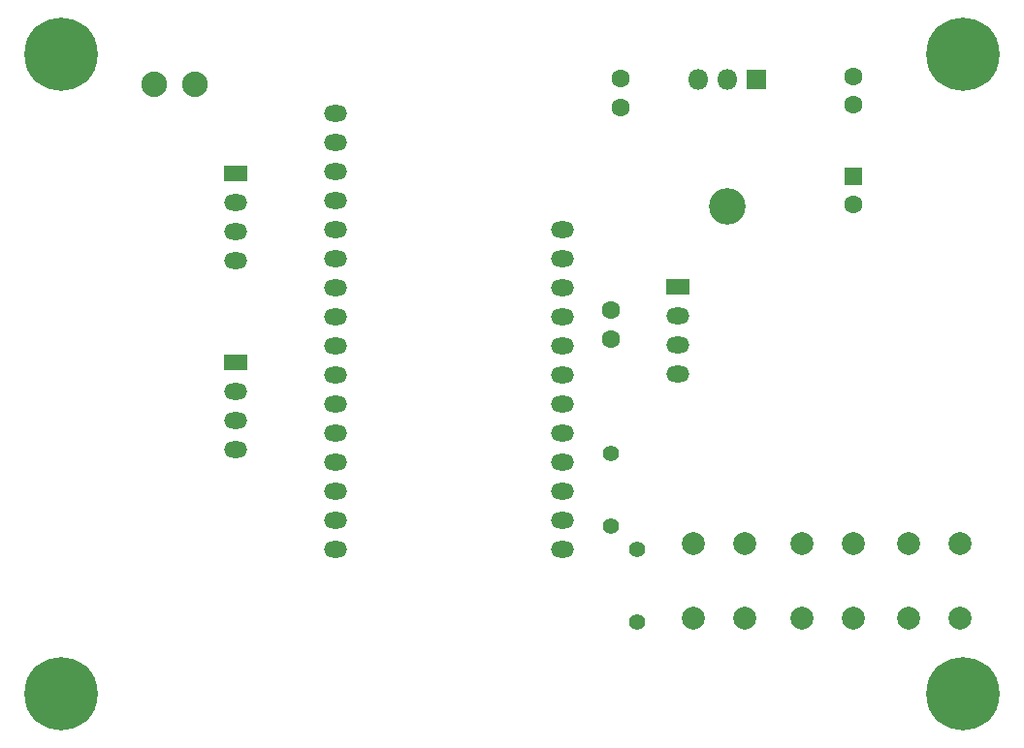
<source format=gbr>
%TF.GenerationSoftware,KiCad,Pcbnew,(5.99.0-3636-gf745036d8)*%
%TF.CreationDate,2020-10-30T20:07:45-04:00*%
%TF.ProjectId,waxMelter,7761784d-656c-4746-9572-2e6b69636164,rev?*%
%TF.SameCoordinates,Original*%
%TF.FileFunction,Soldermask,Top*%
%TF.FilePolarity,Negative*%
%FSLAX46Y46*%
G04 Gerber Fmt 4.6, Leading zero omitted, Abs format (unit mm)*
G04 Created by KiCad (PCBNEW (5.99.0-3636-gf745036d8)) date 2020-10-30 20:07:45*
%MOMM*%
%LPD*%
G01*
G04 APERTURE LIST*
%ADD10O,1.800000X1.800000*%
%ADD11R,1.800000X1.800000*%
%ADD12O,3.200000X3.200000*%
%ADD13R,2.000000X1.440000*%
%ADD14O,2.000000X1.440000*%
%ADD15C,1.600000*%
%ADD16C,6.400000*%
%ADD17C,1.422400*%
%ADD18R,1.600000X1.600000*%
%ADD19C,2.235200*%
%ADD20C,2.000000*%
G04 APERTURE END LIST*
D10*
%TO.C,U1*%
X111506000Y-61914667D03*
X114046000Y-61914667D03*
D11*
X116586000Y-61914667D03*
D12*
X114046000Y-73014667D03*
%TD*%
D13*
%TO.C,U4*%
X71120000Y-86614000D03*
D14*
X71120000Y-89154000D03*
X71120000Y-91694000D03*
X71120000Y-94234000D03*
%TD*%
%TO.C,U2*%
X99644200Y-75057000D03*
X99644200Y-77597000D03*
X99644200Y-80137000D03*
X99644200Y-82677000D03*
X99644200Y-85217000D03*
X99644200Y-87757000D03*
X99644200Y-90297000D03*
X99644200Y-92837000D03*
X99644200Y-95377000D03*
X99644200Y-97917000D03*
X99644200Y-100457000D03*
X99644200Y-102997000D03*
X79883000Y-64897000D03*
X79883000Y-67437000D03*
X79883000Y-69977000D03*
X79883000Y-72517000D03*
X79883000Y-75057000D03*
X79883000Y-77597000D03*
X79883000Y-80137000D03*
X79883000Y-82677000D03*
X79883000Y-85217000D03*
X79883000Y-87757000D03*
X79883000Y-90297000D03*
X79883000Y-92837000D03*
X79883000Y-95377000D03*
X79883000Y-97917000D03*
X79883000Y-100457000D03*
X79883000Y-102997000D03*
%TD*%
D15*
%TO.C,C4*%
X103886000Y-84582000D03*
X103886000Y-82082000D03*
%TD*%
D13*
%TO.C,U3*%
X71120000Y-70104000D03*
D14*
X71120000Y-72644000D03*
X71120000Y-75184000D03*
X71120000Y-77724000D03*
%TD*%
D16*
%TO.C,*%
X55880000Y-115570000D03*
%TD*%
D15*
%TO.C,C2*%
X125095000Y-61635000D03*
X125095000Y-64135000D03*
%TD*%
D17*
%TO.C,R1*%
X103886000Y-94615000D03*
X103886000Y-100965000D03*
%TD*%
D16*
%TO.C,*%
X134620000Y-59690000D03*
%TD*%
D17*
%TO.C,R2*%
X106172000Y-109347000D03*
X106172000Y-102997000D03*
%TD*%
D18*
%TO.C,C3*%
X125095000Y-70358000D03*
D15*
X125095000Y-72858000D03*
%TD*%
%TO.C,C1*%
X104775000Y-61849000D03*
X104775000Y-64349000D03*
%TD*%
D16*
%TO.C,*%
X134620000Y-115570000D03*
%TD*%
%TO.C,*%
X55880000Y-59690000D03*
%TD*%
D19*
%TO.C,J1*%
X67538600Y-62357000D03*
X64033400Y-62357000D03*
%TD*%
D20*
%TO.C,SW1*%
X134366000Y-102466000D03*
X134366000Y-108966000D03*
X129866000Y-102466000D03*
X129866000Y-108966000D03*
%TD*%
%TO.C,SW2*%
X125040000Y-108966000D03*
X125040000Y-102466000D03*
X120540000Y-102466000D03*
X120540000Y-108966000D03*
%TD*%
%TO.C,SW3*%
X115570000Y-108966000D03*
X115570000Y-102466000D03*
X111070000Y-102466000D03*
X111070000Y-108966000D03*
%TD*%
D13*
%TO.C,OLED1*%
X109728000Y-80010000D03*
D14*
X109728000Y-82550000D03*
X109728000Y-85090000D03*
X109728000Y-87630000D03*
%TD*%
M02*

</source>
